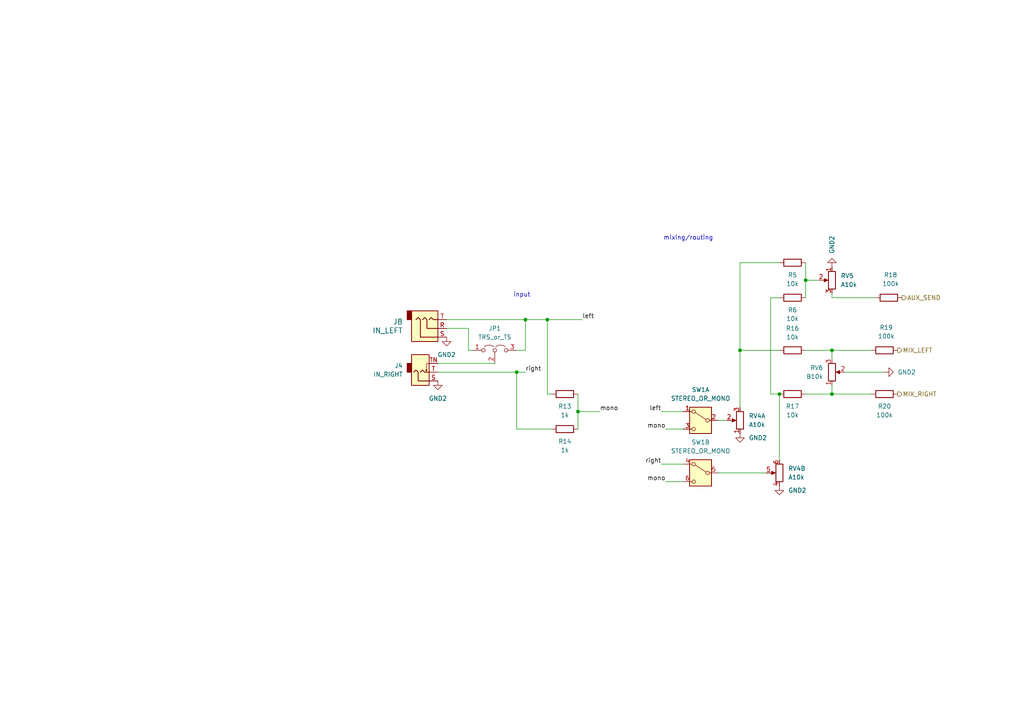
<source format=kicad_sch>
(kicad_sch (version 20231120) (generator "eeschema") (generator_version "8.0")
  (paper "A4")
  (lib_symbols
    (symbol "Connector_Audio:AudioJack2_SwitchT"
      (property "Reference" "J" (at 0 8.89 0))
      (property "Value" "AudioJack2_SwitchT" (at 0 6.35 0))
      (symbol "AudioJack2_SwitchT_0_1"
        (rectangle (start -2.54 0) (end -3.81 -2.54) (stroke (width 0.254)) (fill (type outline)))
        (polyline (pts (xy 1.778 -0.254) (xy 2.032 -0.762)))
        (polyline (pts (xy 0 0) (xy 0.635 -0.635) (xy 1.27 0) (xy 2.54 0)) (stroke (width 0.254)))
        (polyline (pts (xy 2.54 -2.54) (xy 1.778 -2.54) (xy 1.778 -0.254) (xy 1.524 -0.762)))
        (polyline (pts (xy 2.54 2.54) (xy -0.635 2.54) (xy -0.635 0) (xy -1.27 -0.635) (xy -1.905 0)) (stroke (width 0.254)))
        (rectangle (start 2.54 3.81) (end -2.54 -5.08) (stroke (width 0.254)) (fill (type background)))
      )
      (symbol "AudioJack2_SwitchT_1_1"
        (pin passive line (at 5.08 2.54 180) (length 2.54) (name "~") (number "S"))
        (pin passive line (at 5.08 0 180) (length 2.54) (name "~") (number "T"))
        (pin passive line (at 5.08 -2.54 180) (length 2.54) (name "~") (number "TN"))
      )
    )
    (symbol "Device:R" (pin_numbers hide) (pin_names (offset 0))
      (property "Reference" "R" (at 2.032 0 90))
      (property "Value" "R" (at 0 0 90))
      (symbol "R_0_1"
        (rectangle (start -1.016 -2.54) (end 1.016 2.54) (stroke (width 0.254)))
      )
      (symbol "R_1_1"
        (pin passive line (at 0 3.81 270) (length 1.27) (name "~") (number "1"))
        (pin passive line (at 0 -3.81 90) (length 1.27) (name "~") (number "2"))
      )
    )
    (symbol "Device:R_Potentiometer" (pin_names (offset 1.016) hide)
      (property "Reference" "RV" (at -4.445 0 90))
      (property "Value" "R_Potentiometer" (at -2.54 0 90))
      (symbol "R_Potentiometer_0_1"
        (polyline (pts (xy 2.54 0) (xy 1.524 0)))
        (polyline (pts (xy 1.143 0) (xy 2.286 0.508) (xy 2.286 -0.508) (xy 1.143 0)) (fill (type outline)))
        (rectangle (start 1.016 2.54) (end -1.016 -2.54) (stroke (width 0.254)))
      )
      (symbol "R_Potentiometer_1_1"
        (pin passive line (at 0 3.81 270) (length 1.27) (name "1") (number "1"))
        (pin passive line (at 3.81 0 180) (length 1.27) (name "2") (number "2"))
        (pin passive line (at 0 -3.81 90) (length 1.27) (name "3") (number "3"))
      )
    )
    (symbol "Device:R_Potentiometer_Dual_Separate" (pin_names (offset 1.016) hide)
      (property "Reference" "RV" (at -4.445 0 90))
      (property "Value" "R_Potentiometer_Dual_Separate" (at -2.54 0 90))
      (symbol "R_Potentiometer_Dual_Separate_0_1"
        (polyline (pts (xy 2.54 0) (xy 1.524 0)))
        (polyline (pts (xy 1.143 0) (xy 2.286 0.508) (xy 2.286 -0.508) (xy 1.143 0)) (fill (type outline)))
        (rectangle (start 1.016 2.54) (end -1.016 -2.54) (stroke (width 0.254)))
      )
      (symbol "R_Potentiometer_Dual_Separate_1_1"
        (pin passive line (at 0 3.81 270) (length 1.27) (name "1") (number "1"))
        (pin passive line (at 3.81 0 180) (length 1.27) (name "2") (number "2"))
        (pin passive line (at 0 -3.81 90) (length 1.27) (name "3") (number "3"))
      )
      (symbol "R_Potentiometer_Dual_Separate_2_1"
        (pin passive line (at 0 3.81 270) (length 1.27) (name "4") (number "4"))
        (pin passive line (at 3.81 0 180) (length 1.27) (name "5") (number "5"))
        (pin passive line (at 0 -3.81 90) (length 1.27) (name "6") (number "6"))
      )
    )
    (symbol "Jumper:Jumper_3_Open" (pin_names (offset 0) hide) (exclude_from_sim yes) (in_bom no)
      (property "Reference" "JP" (at -2.54 -2.54 0))
      (property "Value" "Jumper_3_Open" (at 0 2.794 0))
      (symbol "Jumper_3_Open_0_0"
        (circle (center -3.302 0) (radius 0.508))
        (circle (center 0 0) (radius 0.508))
        (circle (center 3.302 0) (radius 0.508))
      )
      (symbol "Jumper_3_Open_0_1"
        (arc (start -0.254 1.016) (mid -1.651 1.4992) (end -3.048 1.016))
        (polyline (pts (xy 0 -0.508) (xy 0 -1.27)))
        (arc (start 3.048 1.016) (mid 1.651 1.4992) (end 0.254 1.016))
      )
      (symbol "Jumper_3_Open_1_1"
        (pin passive line (at -6.35 0 0) (length 2.54) (name "A") (number "1"))
        (pin passive line (at 0 -3.81 90) (length 2.54) (name "C") (number "2"))
        (pin passive line (at 6.35 0 180) (length 2.54) (name "B") (number "3"))
      )
    )
    (symbol "KitsBlips:3.5mm_Stereo" (pin_names (offset 0) hide)
      (property "Reference" "J" (at -6.35 -7.62 0))
      (property "Value" "3.5mm_Stereo" (at -3.048 6.604 0))
      (symbol "3.5mm_Stereo_0_1"
        (rectangle (start -8.89 -5.08) (end -10.16 -2.54) (stroke (width 0.254)) (fill (type outline)))
        (rectangle (start -1.27 3.81) (end -8.89 -5.08) (stroke (width 0.254)) (fill (type background)))
        (polyline (pts (xy -3.81 -2.54) (xy -3.175 -3.175) (xy -2.54 -2.54) (xy -1.27 -2.54)) (stroke (width 0.254)))
        (polyline (pts (xy -5.715 -2.54) (xy -5.08 -3.175) (xy -4.445 -2.54) (xy -4.445 0) (xy -1.27 0)) (stroke (width 0.254)))
        (polyline (pts (xy -1.27 2.54) (xy -6.35 2.54) (xy -6.35 -2.54) (xy -6.985 -3.175) (xy -7.62 -2.54)) (stroke (width 0.254)))
      )
      (symbol "3.5mm_Stereo_1_1"
        (pin passive line (at 1.27 0 180) (length 2.54) (name "~") (number "R"))
        (pin passive line (at 1.27 2.54 180) (length 2.54) (name "~") (number "S"))
        (pin passive line (at 1.27 -2.54 180) (length 2.54) (name "~") (number "T"))
      )
    )
    (symbol "Switch:SW_DPDT_x2" (pin_names (offset 0) hide)
      (property "Reference" "SW" (at 0 5.08 0))
      (property "Value" "SW_DPDT_x2" (at 0 -5.08 0))
      (symbol "SW_DPDT_x2_0_0"
        (circle (center -2.032 0) (radius 0.508))
        (circle (center 2.032 -2.54) (radius 0.508))
      )
      (symbol "SW_DPDT_x2_0_1"
        (rectangle (start -3.175 3.81) (end 3.175 -3.81) (stroke (width 0.254)) (fill (type background)))
        (polyline (pts (xy -1.524 0.254) (xy 1.5748 2.286)))
        (circle (center 2.032 2.54) (radius 0.508))
      )
      (symbol "SW_DPDT_x2_1_1"
        (pin passive line (at 5.08 2.54 180) (length 2.54) (name "A") (number "1"))
        (pin passive line (at -5.08 0 0) (length 2.54) (name "B") (number "2"))
        (pin passive line (at 5.08 -2.54 180) (length 2.54) (name "C") (number "3"))
      )
      (symbol "SW_DPDT_x2_2_1"
        (pin passive line (at 5.08 2.54 180) (length 2.54) (name "A") (number "4"))
        (pin passive line (at -5.08 0 0) (length 2.54) (name "B") (number "5"))
        (pin passive line (at 5.08 -2.54 180) (length 2.54) (name "C") (number "6"))
      )
    )
    (symbol "power:GND2" (power) (pin_numbers hide) (pin_names (offset 0) hide)
      (property "Value" "GND2" (at 0 -3.81 0))
      (symbol "GND2_0_1"
        (polyline (pts (xy 0 0) (xy 0 -1.27) (xy 1.27 -1.27) (xy 0 -2.54) (xy -1.27 -1.27) (xy 0 -1.27)))
      )
      (symbol "GND2_1_1"
        (pin power_in line (at 0 0 270) (length 0) (name "~") (number "1"))
      )
    )
  )
  (junction (at 152.4 92.71))
  (junction (at 214.63 101.6))
  (junction (at 241.3 101.6))
  (junction (at 167.64 119.38))
  (junction (at 233.68 81.28))
  (junction (at 241.3 114.3))
  (junction (at 149.86 107.95))
  (junction (at 226.06 114.3))
  (junction (at 158.75 92.71))
  (wire (pts (xy 158.75 92.71) (xy 168.91 92.71)))
  (wire (pts (xy 223.52 114.3) (xy 226.06 114.3)))
  (wire (pts (xy 241.3 101.6) (xy 252.73 101.6)))
  (wire (pts (xy 193.04 139.7) (xy 198.12 139.7)))
  (wire (pts (xy 241.3 101.6) (xy 241.3 104.14)))
  (wire (pts (xy 149.86 107.95) (xy 149.86 124.46)))
  (wire (pts (xy 241.3 86.36) (xy 254 86.36)))
  (wire (pts (xy 127 107.95) (xy 149.86 107.95)))
  (wire (pts (xy 167.64 119.38) (xy 173.99 119.38)))
  (wire (pts (xy 214.63 76.2) (xy 226.06 76.2)))
  (wire (pts (xy 214.63 101.6) (xy 214.63 118.11)))
  (wire (pts (xy 158.75 114.3) (xy 160.02 114.3)))
  (wire (pts (xy 198.12 124.46) (xy 193.04 124.46)))
  (wire (pts (xy 129.54 92.71) (xy 152.4 92.71)))
  (wire (pts (xy 167.64 114.3) (xy 167.64 119.38)))
  (wire (pts (xy 135.89 101.6) (xy 137.16 101.6)))
  (wire (pts (xy 233.68 114.3) (xy 241.3 114.3)))
  (wire (pts (xy 241.3 114.3) (xy 241.3 111.76)))
  (wire (pts (xy 214.63 101.6) (xy 226.06 101.6)))
  (wire (pts (xy 226.06 114.3) (xy 226.06 133.35)))
  (wire (pts (xy 233.68 81.28) (xy 233.68 86.36)))
  (wire (pts (xy 158.75 92.71) (xy 158.75 114.3)))
  (wire (pts (xy 214.63 76.2) (xy 214.63 101.6)))
  (wire (pts (xy 245.11 107.95) (xy 256.54 107.95)))
  (wire (pts (xy 237.49 81.28) (xy 233.68 81.28)))
  (wire (pts (xy 208.28 137.16) (xy 222.25 137.16)))
  (wire (pts (xy 167.64 119.38) (xy 167.64 124.46)))
  (wire (pts (xy 223.52 86.36) (xy 223.52 114.3)))
  (wire (pts (xy 149.86 124.46) (xy 160.02 124.46)))
  (wire (pts (xy 233.68 76.2) (xy 233.68 81.28)))
  (wire (pts (xy 149.86 101.6) (xy 152.4 101.6)))
  (wire (pts (xy 152.4 92.71) (xy 158.75 92.71)))
  (wire (pts (xy 233.68 101.6) (xy 241.3 101.6)))
  (wire (pts (xy 241.3 114.3) (xy 252.73 114.3)))
  (wire (pts (xy 149.86 107.95) (xy 152.4 107.95)))
  (wire (pts (xy 191.77 134.62) (xy 198.12 134.62)))
  (wire (pts (xy 152.4 101.6) (xy 152.4 92.71)))
  (wire (pts (xy 135.89 101.6) (xy 135.89 95.25)))
  (wire (pts (xy 143.51 105.41) (xy 127 105.41)))
  (wire (pts (xy 208.28 121.92) (xy 210.82 121.92)))
  (wire (pts (xy 135.89 95.25) (xy 129.54 95.25)))
  (wire (pts (xy 226.06 86.36) (xy 223.52 86.36)))
  (wire (pts (xy 191.77 119.38) (xy 198.12 119.38)))
  (wire (pts (xy 241.3 85.09) (xy 241.3 86.36)))
  (text "input" (at 151.384 85.598 0) (effects (font (size 1.27 1.27))))
  (text "mixing/routing\n" (at 199.644 69.088 0) (effects (font (size 1.27 1.27))))
  (label "mono" (at 173.99 119.38 0))
  (label "left" (at 191.77 119.38 180))
  (label "right" (at 152.4 107.95 0))
  (label "right" (at 191.77 134.62 180))
  (label "left" (at 168.91 92.71 0))
  (label "mono" (at 193.04 139.7 180))
  (label "mono" (at 193.04 124.46 180))
  (hierarchical_label "MIX_RIGHT" (shape output) (at 260.35 114.3 0))
  (hierarchical_label "MIX_LEFT" (shape output) (at 260.35 101.6 0))
  (hierarchical_label "AUX_SEND" (shape output) (at 261.62 86.36 0))
  (symbol (lib_id "Device:R") (at 256.54 114.3 270) (unit 1)
    (property "Reference" "R20" (at 256.54 117.856 90))
    (property "Value" "100k" (at 256.54 120.396 90))
    (property "Footprint" "Resistor_SMD:R_0603_1608Metric_Pad0.98x0.95mm_HandSolder" (effects (hide yes)))
    (property "Description" "Resistor" (effects (hide yes)))
  )
  (symbol (lib_id "power:GND2") (at 241.3 77.47 180) (unit 1)
    (property "Reference" "#PWR013" (effects (hide yes)))
    (property "Value" "GND2" (at 241.3001 73.66 90) (effects (justify right)))
    (property "Description" "Power symbol creates a global label with name \"GND2\" , ground" (effects (hide yes)))
  )
  (symbol (lib_id "Device:R_Potentiometer_Dual_Separate") (at 214.63 121.92 180) (unit 1)
    (property "Reference" "RV4" (at 217.17 120.6499 0) (effects (justify right)))
    (property "Value" "A10k" (at 217.17 123.1899 0) (effects (justify right)))
    (property "Footprint" "KitsBlips:Potentiometer_Alpha_RD902F-40-00D_Dual_Vertical" (effects (hide yes)))
    (property "Description" "Dual potentiometer, separate units" (effects (hide yes)))
  )
  (symbol (lib_id "power:GND2") (at 129.54 97.79 0) (unit 1)
    (property "Reference" "#PWR011" (effects (hide yes)))
    (property "Value" "GND2" (at 129.54 102.87 0))
    (property "Description" "Power symbol creates a global label with name \"GND2\" , ground" (effects (hide yes)))
  )
  (symbol (lib_id "Connector_Audio:AudioJack2_SwitchT") (at 121.92 107.95 0) (mirror x) (unit 1)
    (property "Reference" "J4" (at 116.84 106.0449 0) (effects (justify right)))
    (property "Value" "IN_RIGHT" (at 116.84 108.5849 0) (effects (justify right)))
    (property "Footprint" "KitsBlips:Jack_3.5mm_QingPu_WQP-PJ398SM_Vertical_CircularHoles" (effects (hide yes)))
    (property "Description" "Audio Jack, 2 Poles (Mono / TS), Switched T Pole (Normalling)" (effects (hide yes)))
  )
  (symbol (lib_id "Device:R") (at 163.83 124.46 270) (unit 1)
    (property "Reference" "R14" (at 163.83 128.016 90))
    (property "Value" "1k" (at 163.83 130.556 90))
    (property "Footprint" "Resistor_SMD:R_0603_1608Metric_Pad0.98x0.95mm_HandSolder" (effects (hide yes)))
    (property "Description" "Resistor" (effects (hide yes)))
  )
  (symbol (lib_id "Device:R") (at 229.87 86.36 270) (unit 1)
    (property "Reference" "R6" (at 229.87 89.916 90))
    (property "Value" "10k" (at 229.87 92.456 90))
    (property "Footprint" "Resistor_SMD:R_0603_1608Metric_Pad0.98x0.95mm_HandSolder" (effects (hide yes)))
    (property "Description" "Resistor" (effects (hide yes)))
  )
  (symbol (lib_id "Device:R") (at 257.81 86.36 270) (unit 1)
    (property "Reference" "R18" (at 258.318 79.756 90))
    (property "Value" "100k" (at 258.318 82.296 90))
    (property "Footprint" "Resistor_SMD:R_0603_1608Metric_Pad0.98x0.95mm_HandSolder" (effects (hide yes)))
    (property "Description" "Resistor" (effects (hide yes)))
  )
  (symbol (lib_id "KitsBlips:3.5mm_Stereo") (at 128.27 95.25 0) (mirror x) (unit 1)
    (property "Reference" "J8" (at 116.84 93.3449 0) (effects (font (size 1.524 1.524)) (justify right)))
    (property "Value" "IN_LEFT" (at 116.84 95.8849 0) (effects (font (size 1.524 1.524)) (justify right)))
    (property "Footprint" "KitsBlips:Jack_3.5mm_Thonk_PJ366ST_Stereo" (effects (hide yes)))
    (property "Description" "Audio 3.5mm Jack, stereo, PC-pin Vertical" (effects (hide yes)))
    (property "Specifications" "Audio 3.5mm Jack, Stereo, PC-pin Vertical" (effects (hide yes)))
    (property "Manufacturer" "Wenzhou QingPu Electronics Co" (effects (hide yes)))
    (property "Part Number" "WQP-WQP419GR" (effects (hide yes)))
  )
  (symbol (lib_id "Device:R_Potentiometer") (at 241.3 81.28 0) (mirror y) (unit 1)
    (property "Reference" "RV5" (at 243.84 80.0099 0) (effects (justify right)))
    (property "Value" "A10k" (at 243.84 82.5499 0) (effects (justify right)))
    (property "Footprint" "KitsBlips:Potentiometer_Alpha_RD901F-40-00D_Single_Vertical" (effects (hide yes)))
    (property "Description" "Potentiometer" (effects (hide yes)))
  )
  (symbol (lib_id "power:GND2") (at 127 110.49 0) (unit 1)
    (property "Reference" "#PWR09" (effects (hide yes)))
    (property "Value" "GND2" (at 127 115.57 0))
    (property "Description" "Power symbol creates a global label with name \"GND2\" , ground" (effects (hide yes)))
  )
  (symbol (lib_id "Device:R") (at 229.87 101.6 270) (unit 1)
    (property "Reference" "R16" (at 229.87 95.25 90))
    (property "Value" "10k" (at 229.87 97.79 90))
    (property "Footprint" "Resistor_SMD:R_0603_1608Metric_Pad0.98x0.95mm_HandSolder" (effects (hide yes)))
    (property "Description" "Resistor" (effects (hide yes)))
  )
  (symbol (lib_id "Device:R") (at 163.83 114.3 270) (unit 1)
    (property "Reference" "R13" (at 163.83 117.856 90))
    (property "Value" "1k" (at 163.83 120.396 90))
    (property "Footprint" "Resistor_SMD:R_0603_1608Metric_Pad0.98x0.95mm_HandSolder" (effects (hide yes)))
    (property "Description" "Resistor" (effects (hide yes)))
  )
  (symbol (lib_id "Device:R_Potentiometer_Dual_Separate") (at 226.06 137.16 180) (unit 2)
    (property "Reference" "RV4" (at 228.6 135.8899 0) (effects (justify right)))
    (property "Value" "A10k" (at 228.6 138.4299 0) (effects (justify right)))
    (property "Footprint" "KitsBlips:Potentiometer_Alpha_RD902F-40-00D_Dual_Vertical" (effects (hide yes)))
    (property "Description" "Dual potentiometer, separate units" (effects (hide yes)))
  )
  (symbol (lib_id "Device:R") (at 256.54 101.6 270) (unit 1)
    (property "Reference" "R19" (at 257.048 94.996 90))
    (property "Value" "100k" (at 257.048 97.536 90))
    (property "Footprint" "Resistor_SMD:R_0603_1608Metric_Pad0.98x0.95mm_HandSolder" (effects (hide yes)))
    (property "Description" "Resistor" (effects (hide yes)))
  )
  (symbol (lib_id "power:GND2") (at 226.06 140.97 0) (unit 1)
    (property "Reference" "#PWR015" (effects (hide yes)))
    (property "Value" "GND2" (at 228.6 142.2399 0) (effects (justify left)))
    (property "Description" "Power symbol creates a global label with name \"GND2\" , ground" (effects (hide yes)))
  )
  (symbol (lib_id "Device:R") (at 229.87 114.3 270) (unit 1)
    (property "Reference" "R17" (at 229.87 117.856 90))
    (property "Value" "10k" (at 229.87 120.396 90))
    (property "Footprint" "Resistor_SMD:R_0603_1608Metric_Pad0.98x0.95mm_HandSolder" (effects (hide yes)))
    (property "Description" "Resistor" (effects (hide yes)))
  )
  (symbol (lib_id "Switch:SW_DPDT_x2") (at 203.2 137.16 0) (mirror y) (unit 2)
    (property "Reference" "SW1" (at 203.2 128.27 0))
    (property "Value" "STEREO_OR_MONO" (at 203.2 130.81 0))
    (property "Footprint" "KitsBlips:Switch_Toggle_DPDT_Dailywell_5FD" (effects (hide yes)))
    (property "Description" "Switch, dual pole double throw, separate symbols" (effects (hide yes)))
  )
  (symbol (lib_id "Device:R") (at 229.87 76.2 270) (unit 1)
    (property "Reference" "R5" (at 229.87 79.756 90))
    (property "Value" "10k" (at 229.87 82.296 90))
    (property "Footprint" "Resistor_SMD:R_0603_1608Metric_Pad0.98x0.95mm_HandSolder" (effects (hide yes)))
    (property "Description" "Resistor" (effects (hide yes)))
  )
  (symbol (lib_id "Device:R_Potentiometer") (at 241.3 107.95 0) (mirror x) (unit 1)
    (property "Reference" "RV6" (at 238.76 106.6799 0) (effects (justify right)))
    (property "Value" "B10k" (at 238.76 109.2199 0) (effects (justify right)))
    (property "Footprint" "KitsBlips:Potentiometer_Alpha_RD901F-40-00D_Single_Vertical" (effects (hide yes)))
    (property "Description" "Potentiometer" (effects (hide yes)))
  )
  (symbol (lib_id "power:GND2") (at 256.54 107.95 90) (unit 1)
    (property "Reference" "#PWR018" (effects (hide yes)))
    (property "Value" "GND2" (at 260.35 107.9499 90) (effects (justify right)))
    (property "Description" "Power symbol creates a global label with name \"GND2\" , ground" (effects (hide yes)))
  )
  (symbol (lib_id "Jumper:Jumper_3_Open") (at 143.51 101.6 0) (unit 1) (exclude_from_sim yes) (in_bom no)
    (property "Reference" "JP2" (at 143.51 95.25 0))
    (property "Value" "TRS_or_TS" (at 143.51 97.79 0))
    (property "Footprint" "PCM_4ms_SolderJumper:JUMPER_SMD_1x3" (effects (hide yes)))
    (property "Description" "Jumper, 3-pole, both open" (effects (hide yes)))
    (instances (project "" (path "" (reference "JP1") (unit 1))))
  )
  (symbol (lib_id "Switch:SW_DPDT_x2") (at 203.2 121.92 0) (mirror y) (unit 1)
    (property "Reference" "SW1" (at 203.2 113.03 0))
    (property "Value" "STEREO_OR_MONO" (at 203.2 115.57 0))
    (property "Footprint" "KitsBlips:Switch_Toggle_DPDT_Dailywell_5FD" (effects (hide yes)))
    (property "Description" "Switch, dual pole double throw, separate symbols" (effects (hide yes)))
  )
  (symbol (lib_id "power:GND2") (at 214.63 125.73 0) (unit 1)
    (property "Reference" "#PWR012" (effects (hide yes)))
    (property "Value" "GND2" (at 217.17 126.9999 0) (effects (justify left)))
    (property "Description" "Power symbol creates a global label with name \"GND2\" , ground" (effects (hide yes)))
  )
)
</source>
